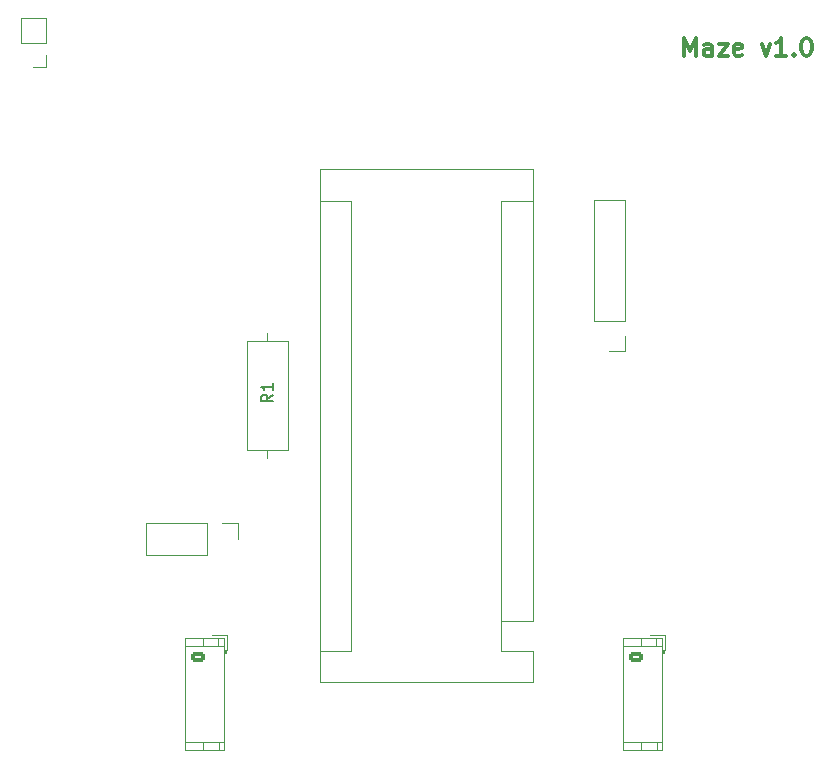
<source format=gto>
G04 #@! TF.GenerationSoftware,KiCad,Pcbnew,(6.0.2)*
G04 #@! TF.CreationDate,2023-01-26T14:22:11+00:00*
G04 #@! TF.ProjectId,bomb-diffusal-maze,626f6d62-2d64-4696-9666-7573616c2d6d,rev?*
G04 #@! TF.SameCoordinates,Original*
G04 #@! TF.FileFunction,Legend,Top*
G04 #@! TF.FilePolarity,Positive*
%FSLAX46Y46*%
G04 Gerber Fmt 4.6, Leading zero omitted, Abs format (unit mm)*
G04 Created by KiCad (PCBNEW (6.0.2)) date 2023-01-26 14:22:11*
%MOMM*%
%LPD*%
G01*
G04 APERTURE LIST*
G04 Aperture macros list*
%AMRoundRect*
0 Rectangle with rounded corners*
0 $1 Rounding radius*
0 $2 $3 $4 $5 $6 $7 $8 $9 X,Y pos of 4 corners*
0 Add a 4 corners polygon primitive as box body*
4,1,4,$2,$3,$4,$5,$6,$7,$8,$9,$2,$3,0*
0 Add four circle primitives for the rounded corners*
1,1,$1+$1,$2,$3*
1,1,$1+$1,$4,$5*
1,1,$1+$1,$6,$7*
1,1,$1+$1,$8,$9*
0 Add four rect primitives between the rounded corners*
20,1,$1+$1,$2,$3,$4,$5,0*
20,1,$1+$1,$4,$5,$6,$7,0*
20,1,$1+$1,$6,$7,$8,$9,0*
20,1,$1+$1,$8,$9,$2,$3,0*%
G04 Aperture macros list end*
%ADD10C,0.300000*%
%ADD11C,0.150000*%
%ADD12C,0.120000*%
%ADD13R,1.700000X1.700000*%
%ADD14O,1.700000X1.700000*%
%ADD15RoundRect,0.166666X-0.433334X0.233334X-0.433334X-0.233334X0.433334X-0.233334X0.433334X0.233334X0*%
%ADD16O,1.200000X0.800000*%
%ADD17C,1.600000*%
%ADD18O,1.600000X1.600000*%
%ADD19C,4.000000*%
%ADD20R,1.350000X1.350000*%
%ADD21O,1.350000X1.350000*%
%ADD22R,1.600000X1.600000*%
G04 APERTURE END LIST*
D10*
X180824857Y-53256571D02*
X180824857Y-51756571D01*
X181324857Y-52828000D01*
X181824857Y-51756571D01*
X181824857Y-53256571D01*
X183182000Y-53256571D02*
X183182000Y-52470857D01*
X183110571Y-52328000D01*
X182967714Y-52256571D01*
X182682000Y-52256571D01*
X182539142Y-52328000D01*
X183182000Y-53185142D02*
X183039142Y-53256571D01*
X182682000Y-53256571D01*
X182539142Y-53185142D01*
X182467714Y-53042285D01*
X182467714Y-52899428D01*
X182539142Y-52756571D01*
X182682000Y-52685142D01*
X183039142Y-52685142D01*
X183182000Y-52613714D01*
X183753428Y-52256571D02*
X184539142Y-52256571D01*
X183753428Y-53256571D01*
X184539142Y-53256571D01*
X185682000Y-53185142D02*
X185539142Y-53256571D01*
X185253428Y-53256571D01*
X185110571Y-53185142D01*
X185039142Y-53042285D01*
X185039142Y-52470857D01*
X185110571Y-52328000D01*
X185253428Y-52256571D01*
X185539142Y-52256571D01*
X185682000Y-52328000D01*
X185753428Y-52470857D01*
X185753428Y-52613714D01*
X185039142Y-52756571D01*
X187396285Y-52256571D02*
X187753428Y-53256571D01*
X188110571Y-52256571D01*
X189467714Y-53256571D02*
X188610571Y-53256571D01*
X189039142Y-53256571D02*
X189039142Y-51756571D01*
X188896285Y-51970857D01*
X188753428Y-52113714D01*
X188610571Y-52185142D01*
X190110571Y-53113714D02*
X190182000Y-53185142D01*
X190110571Y-53256571D01*
X190039142Y-53185142D01*
X190110571Y-53113714D01*
X190110571Y-53256571D01*
X191110571Y-51756571D02*
X191253428Y-51756571D01*
X191396285Y-51828000D01*
X191467714Y-51899428D01*
X191539142Y-52042285D01*
X191610571Y-52328000D01*
X191610571Y-52685142D01*
X191539142Y-52970857D01*
X191467714Y-53113714D01*
X191396285Y-53185142D01*
X191253428Y-53256571D01*
X191110571Y-53256571D01*
X190967714Y-53185142D01*
X190896285Y-53113714D01*
X190824857Y-52970857D01*
X190753428Y-52685142D01*
X190753428Y-52328000D01*
X190824857Y-52042285D01*
X190896285Y-51899428D01*
X190967714Y-51828000D01*
X191110571Y-51756571D01*
D11*
X145994380Y-81954666D02*
X145518190Y-82288000D01*
X145994380Y-82526095D02*
X144994380Y-82526095D01*
X144994380Y-82145142D01*
X145042000Y-82049904D01*
X145089619Y-82002285D01*
X145184857Y-81954666D01*
X145327714Y-81954666D01*
X145422952Y-82002285D01*
X145470571Y-82049904D01*
X145518190Y-82145142D01*
X145518190Y-82526095D01*
X145994380Y-81002285D02*
X145994380Y-81573714D01*
X145994380Y-81288000D02*
X144994380Y-81288000D01*
X145137238Y-81383238D01*
X145232476Y-81478476D01*
X145280095Y-81573714D01*
D12*
X175828000Y-75692000D02*
X175828000Y-65472000D01*
X175828000Y-78292000D02*
X174498000Y-78292000D01*
X175828000Y-76962000D02*
X175828000Y-78292000D01*
X173168000Y-75692000D02*
X173168000Y-65472000D01*
X175828000Y-65472000D02*
X173168000Y-65472000D01*
X175828000Y-75692000D02*
X173168000Y-75692000D01*
X177184000Y-111995000D02*
X177184000Y-111385000D01*
X178484000Y-111995000D02*
X178484000Y-111385000D01*
X178934000Y-103200000D02*
X175634000Y-103200000D01*
X179194000Y-103580000D02*
X179194000Y-102330000D01*
X179144000Y-103840000D02*
X179144000Y-103540000D01*
X179144000Y-103540000D02*
X178944000Y-103540000D01*
X178434000Y-102590000D02*
X178434000Y-103200000D01*
X178984000Y-111350000D02*
X175634000Y-111350000D01*
X178944000Y-112040000D02*
X178934000Y-102590000D01*
X175634000Y-112040000D02*
X178944000Y-112040000D01*
X179044000Y-103840000D02*
X179044000Y-103540000D01*
X175634000Y-112040000D02*
X175634000Y-102590000D01*
X177134000Y-102590000D02*
X177134000Y-103200000D01*
X179194000Y-102330000D02*
X177944000Y-102330000D01*
X178944000Y-103840000D02*
X179144000Y-103840000D01*
X178934000Y-102590000D02*
X175634000Y-102590000D01*
X143028000Y-92832000D02*
X143028000Y-94162000D01*
X135288000Y-92832000D02*
X135288000Y-95492000D01*
X141698000Y-92832000D02*
X143028000Y-92832000D01*
X140428000Y-92832000D02*
X135288000Y-92832000D01*
X140428000Y-92832000D02*
X140428000Y-95492000D01*
X140428000Y-95492000D02*
X135288000Y-95492000D01*
X147262000Y-86662000D02*
X147262000Y-77422000D01*
X143822000Y-77422000D02*
X143822000Y-86662000D01*
X147262000Y-77422000D02*
X143822000Y-77422000D01*
X143822000Y-86662000D02*
X147262000Y-86662000D01*
X145542000Y-87352000D02*
X145542000Y-86662000D01*
X145542000Y-76732000D02*
X145542000Y-77422000D01*
X126758000Y-52162000D02*
X124638000Y-52162000D01*
X126758000Y-54222000D02*
X125698000Y-54222000D01*
X126758000Y-50102000D02*
X124638000Y-50102000D01*
X126758000Y-53162000D02*
X126758000Y-54222000D01*
X124638000Y-52162000D02*
X124638000Y-50102000D01*
X126758000Y-52162000D02*
X126758000Y-50102000D01*
X152644000Y-103632000D02*
X149974000Y-103632000D01*
X168014000Y-106302000D02*
X168014000Y-103632000D01*
X165344000Y-101092000D02*
X165344000Y-65532000D01*
X165344000Y-101092000D02*
X165344000Y-103632000D01*
X168014000Y-101092000D02*
X168014000Y-62862000D01*
X149974000Y-62862000D02*
X149974000Y-106302000D01*
X165344000Y-101092000D02*
X168014000Y-101092000D01*
X152644000Y-103632000D02*
X152644000Y-65532000D01*
X168014000Y-62862000D02*
X149974000Y-62862000D01*
X152644000Y-65532000D02*
X149974000Y-65532000D01*
X165344000Y-103632000D02*
X168014000Y-103632000D01*
X149974000Y-106302000D02*
X168014000Y-106302000D01*
X165344000Y-65532000D02*
X168014000Y-65532000D01*
X141960000Y-103840000D02*
X141960000Y-103540000D01*
X141400000Y-111995000D02*
X141400000Y-111385000D01*
X138550000Y-112040000D02*
X141860000Y-112040000D01*
X141860000Y-103840000D02*
X142060000Y-103840000D01*
X141900000Y-111350000D02*
X138550000Y-111350000D01*
X141850000Y-102590000D02*
X138550000Y-102590000D01*
X142110000Y-102330000D02*
X140860000Y-102330000D01*
X142060000Y-103840000D02*
X142060000Y-103540000D01*
X141850000Y-103200000D02*
X138550000Y-103200000D01*
X138550000Y-112040000D02*
X138550000Y-102590000D01*
X140050000Y-102590000D02*
X140050000Y-103200000D01*
X140100000Y-111995000D02*
X140100000Y-111385000D01*
X141350000Y-102590000D02*
X141350000Y-103200000D01*
X142060000Y-103540000D02*
X141860000Y-103540000D01*
X142110000Y-103580000D02*
X142110000Y-102330000D01*
X141860000Y-112040000D02*
X141850000Y-102590000D01*
%LPC*%
D13*
X174498000Y-76962000D03*
D14*
X174498000Y-74422000D03*
X174498000Y-71882000D03*
X174498000Y-69342000D03*
X174498000Y-66802000D03*
D15*
X176784000Y-104140000D03*
D16*
X176784000Y-105390000D03*
X176784000Y-106640000D03*
X176784000Y-107890000D03*
X176784000Y-109140000D03*
X176784000Y-110390000D03*
D13*
X141698000Y-94162000D03*
D14*
X139158000Y-94162000D03*
X136618000Y-94162000D03*
D17*
X145542000Y-88392000D03*
D18*
X145542000Y-75692000D03*
D19*
X190948000Y-94162000D03*
D20*
X125698000Y-53162000D03*
D21*
X125698000Y-51162000D03*
D22*
X166614000Y-102362000D03*
D18*
X166614000Y-99822000D03*
X166614000Y-97282000D03*
X166614000Y-94742000D03*
X166614000Y-92202000D03*
X166614000Y-89662000D03*
X166614000Y-87122000D03*
X166614000Y-84582000D03*
X166614000Y-82042000D03*
X166614000Y-79502000D03*
X166614000Y-76962000D03*
X166614000Y-74422000D03*
X166614000Y-71882000D03*
X166614000Y-69342000D03*
X166614000Y-66802000D03*
X151374000Y-66802000D03*
X151374000Y-69342000D03*
X151374000Y-71882000D03*
X151374000Y-74422000D03*
X151374000Y-76962000D03*
X151374000Y-79502000D03*
X151374000Y-82042000D03*
X151374000Y-84582000D03*
X151374000Y-87122000D03*
X151374000Y-89662000D03*
X151374000Y-92202000D03*
X151374000Y-94742000D03*
X151374000Y-97282000D03*
X151374000Y-99822000D03*
X151374000Y-102362000D03*
D19*
X129198000Y-94162000D03*
D15*
X139700000Y-104140000D03*
D16*
X139700000Y-105390000D03*
X139700000Y-106640000D03*
X139700000Y-107890000D03*
X139700000Y-109140000D03*
X139700000Y-110390000D03*
M02*

</source>
